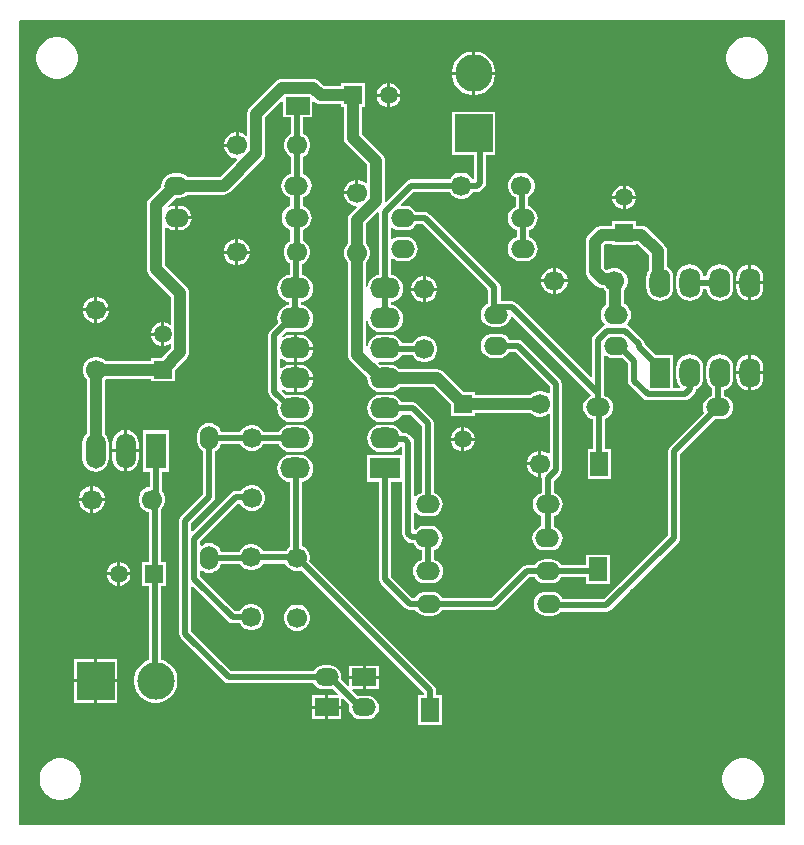
<source format=gtl>
G04*
G04 #@! TF.GenerationSoftware,Altium Limited,Altium Designer,22.3.1 (43)*
G04*
G04 Layer_Physical_Order=1*
G04 Layer_Color=255*
%FSLAX25Y25*%
%MOIN*%
G70*
G04*
G04 #@! TF.SameCoordinates,A2C1995B-5DD9-4A06-98F6-E9D1FCF5F817*
G04*
G04*
G04 #@! TF.FilePolarity,Positive*
G04*
G01*
G75*
%ADD34C,0.02000*%
%ADD35C,0.03937*%
%ADD36R,0.05906X0.07874*%
%ADD37O,0.07874X0.05906*%
%ADD38R,0.07874X0.05906*%
%ADD39R,0.05906X0.05906*%
%ADD40C,0.05906*%
%ADD41O,0.08000X0.06000*%
%ADD42C,0.06693*%
%ADD43C,0.12500*%
%ADD44R,0.12500X0.12500*%
%ADD45R,0.12500X0.12500*%
%ADD46R,0.05906X0.05906*%
%ADD47R,0.06693X0.11811*%
%ADD48O,0.06693X0.11811*%
%ADD49O,0.07000X0.10000*%
%ADD50R,0.07000X0.10000*%
%ADD51O,0.10000X0.07000*%
%ADD52R,0.10000X0.07000*%
%ADD53O,0.06000X0.08000*%
%ADD54C,0.03150*%
G36*
X350058Y442520D02*
X350098Y442421D01*
Y174311D01*
X95079D01*
X94882Y174393D01*
Y442363D01*
X95236Y442716D01*
X350058Y442520D01*
D02*
G37*
%LPC*%
G36*
X247072Y432073D02*
X246858D01*
Y425323D01*
X253608D01*
Y425537D01*
X253330Y426938D01*
X252783Y428257D01*
X251990Y429444D01*
X250980Y430454D01*
X249792Y431248D01*
X248473Y431794D01*
X247072Y432073D01*
D02*
G37*
G36*
X245858D02*
X245644D01*
X244244Y431794D01*
X242924Y431248D01*
X241737Y430454D01*
X240727Y429444D01*
X239933Y428257D01*
X239387Y426938D01*
X239108Y425537D01*
Y425323D01*
X245858D01*
Y432073D01*
D02*
G37*
G36*
X338180Y436905D02*
X336820D01*
X335486Y436640D01*
X334229Y436120D01*
X333098Y435364D01*
X332136Y434402D01*
X331380Y433271D01*
X330860Y432014D01*
X330594Y430680D01*
Y429320D01*
X330860Y427986D01*
X331380Y426729D01*
X332136Y425598D01*
X333098Y424636D01*
X334229Y423880D01*
X335486Y423360D01*
X336820Y423095D01*
X338180D01*
X339514Y423360D01*
X340771Y423880D01*
X341902Y424636D01*
X342864Y425598D01*
X343620Y426729D01*
X344140Y427986D01*
X344406Y429320D01*
Y430680D01*
X344140Y432014D01*
X343620Y433271D01*
X342864Y434402D01*
X341902Y435364D01*
X340771Y436120D01*
X339514Y436640D01*
X338180Y436905D01*
D02*
G37*
G36*
X108180D02*
X106820D01*
X105486Y436640D01*
X104229Y436120D01*
X103098Y435364D01*
X102136Y434402D01*
X101380Y433271D01*
X100860Y432014D01*
X100594Y430680D01*
Y429320D01*
X100860Y427986D01*
X101380Y426729D01*
X102136Y425598D01*
X103098Y424636D01*
X104229Y423880D01*
X105486Y423360D01*
X106820Y423095D01*
X108180D01*
X109514Y423360D01*
X110771Y423880D01*
X111902Y424636D01*
X112864Y425598D01*
X113620Y426729D01*
X114140Y427986D01*
X114406Y429320D01*
Y430680D01*
X114140Y432014D01*
X113620Y433271D01*
X112864Y434402D01*
X111902Y435364D01*
X110771Y436120D01*
X109514Y436640D01*
X108180Y436905D01*
D02*
G37*
G36*
X218532Y421472D02*
X218512D01*
Y418020D01*
X221965D01*
Y418040D01*
X221695Y419045D01*
X221175Y419947D01*
X220439Y420683D01*
X219537Y421203D01*
X218532Y421472D01*
D02*
G37*
G36*
X217512D02*
X217491D01*
X216486Y421203D01*
X215585Y420683D01*
X214849Y419947D01*
X214328Y419045D01*
X214059Y418040D01*
Y418020D01*
X217512D01*
Y421472D01*
D02*
G37*
G36*
X253608Y424323D02*
X246858D01*
Y417573D01*
X247072D01*
X248473Y417851D01*
X249792Y418398D01*
X250980Y419191D01*
X251990Y420201D01*
X252783Y421389D01*
X253330Y422708D01*
X253608Y424109D01*
Y424323D01*
D02*
G37*
G36*
X245858D02*
X239108D01*
Y424109D01*
X239387Y422708D01*
X239933Y421389D01*
X240727Y420201D01*
X241737Y419191D01*
X242924Y418398D01*
X244244Y417851D01*
X245644Y417573D01*
X245858D01*
Y424323D01*
D02*
G37*
G36*
X221965Y417020D02*
X218512D01*
Y413567D01*
X218532D01*
X219537Y413836D01*
X220439Y414357D01*
X221175Y415093D01*
X221695Y415994D01*
X221965Y416999D01*
Y417020D01*
D02*
G37*
G36*
X217512D02*
X214059D01*
Y416999D01*
X214328Y415994D01*
X214849Y415093D01*
X215585Y414357D01*
X216486Y413836D01*
X217491Y413567D01*
X217512D01*
Y417020D01*
D02*
G37*
G36*
X167098Y405134D02*
X167026D01*
X165921Y404838D01*
X164930Y404265D01*
X164120Y403456D01*
X163548Y402465D01*
X163252Y401360D01*
Y401287D01*
X167098D01*
Y405134D01*
D02*
G37*
G36*
X192863Y422990D02*
X182530D01*
X181755Y422888D01*
X181332Y422713D01*
X181033Y422589D01*
X180413Y422113D01*
X171796Y413496D01*
X171320Y412876D01*
X171021Y412154D01*
X170919Y411379D01*
Y404267D01*
X170457Y404075D01*
X170267Y404265D01*
X169276Y404838D01*
X168171Y405134D01*
X168098D01*
Y400787D01*
X167598D01*
Y400287D01*
X163252D01*
Y400215D01*
X163548Y399110D01*
X164120Y398119D01*
X164930Y397309D01*
X165921Y396737D01*
X167026Y396441D01*
X167295D01*
X167486Y395979D01*
X161903Y390396D01*
X150992D01*
X150340Y390896D01*
X149367Y391299D01*
X148323Y391436D01*
X146323D01*
X145279Y391299D01*
X144306Y390896D01*
X143470Y390254D01*
X142829Y389419D01*
X142426Y388446D01*
X142288Y387402D01*
X142330Y387085D01*
X138319Y383074D01*
X137843Y382454D01*
X137544Y381732D01*
X137442Y380957D01*
Y359646D01*
X137544Y358871D01*
X137843Y358149D01*
X138319Y357529D01*
X145644Y350204D01*
Y341210D01*
X145182Y341019D01*
X145144Y341057D01*
X144242Y341577D01*
X143237Y341846D01*
X143217D01*
Y337894D01*
X142717D01*
D01*
X143217D01*
Y333941D01*
X143237D01*
X144242Y334210D01*
X145144Y334731D01*
X145182Y334769D01*
X145644Y334577D01*
Y333244D01*
X142435Y330035D01*
X138764D01*
Y329018D01*
X123566D01*
X123141Y329443D01*
X122150Y330015D01*
X121045Y330311D01*
X119900D01*
X118795Y330015D01*
X117804Y329443D01*
X116994Y328633D01*
X116422Y327642D01*
X116126Y326537D01*
Y325392D01*
X116422Y324287D01*
X116994Y323296D01*
X117415Y322875D01*
Y304777D01*
X117246Y304647D01*
X116550Y303739D01*
X116112Y302682D01*
X115963Y301547D01*
Y296429D01*
X116112Y295294D01*
X116550Y294237D01*
X117246Y293329D01*
X118155Y292633D01*
X119212Y292195D01*
X120346Y292045D01*
X121481Y292195D01*
X122538Y292633D01*
X123446Y293329D01*
X124143Y294237D01*
X124581Y295294D01*
X124730Y296429D01*
Y301547D01*
X124581Y302682D01*
X124143Y303739D01*
X123446Y304647D01*
X123404Y304680D01*
Y322749D01*
X123684Y323029D01*
X138764D01*
Y322130D01*
X146669D01*
Y325801D01*
X150755Y329887D01*
X151231Y330507D01*
X151530Y331229D01*
X151632Y332004D01*
Y351444D01*
X151530Y352219D01*
X151355Y352642D01*
X151231Y352941D01*
X150755Y353561D01*
X143430Y360886D01*
Y373224D01*
X143930Y373470D01*
X144387Y373120D01*
X145360Y372716D01*
X146405Y372579D01*
X146905D01*
Y376614D01*
Y380648D01*
X146405D01*
X145360Y380511D01*
X144628Y380207D01*
X144345Y380631D01*
X147081Y383367D01*
X148323D01*
X149367Y383505D01*
X150340Y383908D01*
X150992Y384407D01*
X163143D01*
X163918Y384509D01*
X164640Y384809D01*
X165261Y385284D01*
X176031Y396055D01*
X176506Y396675D01*
X176805Y397397D01*
X176908Y398172D01*
Y410139D01*
X182298Y415529D01*
X182760Y415338D01*
Y410122D01*
X185559D01*
Y404629D01*
X184930Y404265D01*
X184120Y403456D01*
X183548Y402465D01*
X183252Y401360D01*
Y400215D01*
X183548Y399110D01*
X184120Y398119D01*
X184930Y397309D01*
X185422Y397025D01*
Y391317D01*
X185279Y391299D01*
X184306Y390896D01*
X183470Y390254D01*
X182829Y389419D01*
X182426Y388446D01*
X182288Y387402D01*
X182426Y386357D01*
X182829Y385384D01*
X183470Y384549D01*
X184306Y383908D01*
X185279Y383505D01*
X185321Y383499D01*
Y380494D01*
X184387Y380108D01*
X183552Y379466D01*
X182911Y378631D01*
X182508Y377658D01*
X182370Y376614D01*
X182508Y375569D01*
X182911Y374596D01*
X183552Y373761D01*
X184387Y373120D01*
X185321Y372733D01*
Y369018D01*
X184729Y368676D01*
X183920Y367867D01*
X183348Y366876D01*
X183051Y365771D01*
Y364626D01*
X183348Y363521D01*
X183920Y362530D01*
X184729Y361720D01*
X185128Y361490D01*
Y357616D01*
X184263Y357502D01*
X183168Y357049D01*
X182228Y356328D01*
X181507Y355387D01*
X181053Y354293D01*
X180899Y353118D01*
X181053Y351943D01*
X181507Y350849D01*
X182228Y349909D01*
X183168Y349187D01*
X184263Y348734D01*
X184898Y348650D01*
Y347586D01*
X184263Y347502D01*
X183168Y347049D01*
X182228Y346328D01*
X181507Y345388D01*
X181053Y344293D01*
X180899Y343118D01*
X181053Y341943D01*
X181149Y341713D01*
X178496Y339060D01*
X178054Y338399D01*
X177898Y337618D01*
Y318618D01*
X178054Y317838D01*
X178496Y317176D01*
X181149Y314523D01*
X181053Y314293D01*
X180899Y313118D01*
X181053Y311943D01*
X181507Y310849D01*
X182228Y309909D01*
X183168Y309187D01*
X184263Y308734D01*
X185438Y308579D01*
X188438D01*
X189612Y308734D01*
X190707Y309187D01*
X191647Y309909D01*
X192368Y310849D01*
X192822Y311943D01*
X192976Y313118D01*
X192822Y314293D01*
X192368Y315388D01*
X191647Y316328D01*
X190707Y317049D01*
X189612Y317502D01*
X188438Y317657D01*
X185438D01*
X184263Y317502D01*
X184033Y317407D01*
X182344Y319095D01*
X182358Y319179D01*
X182900Y319393D01*
X183168Y319187D01*
X184263Y318734D01*
X185438Y318579D01*
X186438D01*
Y323118D01*
Y327657D01*
X185438D01*
X184263Y327502D01*
X183168Y327049D01*
X182477Y326518D01*
X181977Y326765D01*
Y329471D01*
X182477Y329718D01*
X183168Y329187D01*
X184263Y328734D01*
X185438Y328579D01*
X186438D01*
Y333118D01*
Y337657D01*
X185438D01*
X184263Y337502D01*
X183168Y337049D01*
X182900Y336843D01*
X182358Y337058D01*
X182344Y337141D01*
X184033Y338829D01*
X184263Y338734D01*
X185438Y338579D01*
X188438D01*
X189612Y338734D01*
X190707Y339187D01*
X191647Y339909D01*
X192368Y340849D01*
X192822Y341943D01*
X192976Y343118D01*
X192822Y344293D01*
X192368Y345388D01*
X191647Y346328D01*
X190707Y347049D01*
X189612Y347502D01*
X188977Y347586D01*
Y348650D01*
X189612Y348734D01*
X190707Y349187D01*
X191647Y349909D01*
X192368Y350849D01*
X192822Y351943D01*
X192976Y353118D01*
X192822Y354293D01*
X192368Y355387D01*
X191647Y356328D01*
X190707Y357049D01*
X189612Y357502D01*
X189207Y357556D01*
Y361224D01*
X190067Y361720D01*
X190876Y362530D01*
X191448Y363521D01*
X191744Y364626D01*
Y365771D01*
X191448Y366876D01*
X190876Y367867D01*
X190067Y368676D01*
X189400Y369061D01*
Y372710D01*
X189449Y372716D01*
X190422Y373120D01*
X191257Y373761D01*
X191899Y374596D01*
X192302Y375569D01*
X192439Y376614D01*
X192302Y377658D01*
X191899Y378631D01*
X191257Y379466D01*
X190422Y380108D01*
X189449Y380511D01*
X189400Y380517D01*
Y383518D01*
X190340Y383908D01*
X191176Y384549D01*
X191817Y385384D01*
X192220Y386357D01*
X192357Y387402D01*
X192220Y388446D01*
X191817Y389419D01*
X191176Y390254D01*
X190340Y390896D01*
X189500Y391244D01*
Y396866D01*
X190267Y397309D01*
X191077Y398119D01*
X191649Y399110D01*
X191945Y400215D01*
Y401360D01*
X191649Y402465D01*
X191077Y403456D01*
X190267Y404265D01*
X189638Y404629D01*
Y410122D01*
X192634D01*
Y415338D01*
X193096Y415529D01*
X193223Y415403D01*
X193843Y414927D01*
X194142Y414803D01*
X194565Y414628D01*
X195340Y414526D01*
X202248D01*
Y413567D01*
X203207D01*
Y403237D01*
X203309Y402462D01*
X203608Y401740D01*
X204084Y401120D01*
X210801Y394403D01*
Y388440D01*
X210339Y388248D01*
X210149Y388439D01*
X209158Y389011D01*
X208052Y389307D01*
X207980D01*
Y384961D01*
X207480D01*
Y384461D01*
X203134D01*
Y384388D01*
X203430Y383283D01*
X204002Y382292D01*
X204812Y381483D01*
X205803Y380910D01*
X206908Y380614D01*
X207177D01*
X207368Y380152D01*
X205363Y378147D01*
X204887Y377527D01*
X204588Y376805D01*
X204486Y376030D01*
Y368113D01*
X204002Y367629D01*
X203430Y366638D01*
X203134Y365533D01*
Y364388D01*
X203430Y363283D01*
X204002Y362292D01*
X204486Y361808D01*
Y331075D01*
X204588Y330300D01*
X204887Y329578D01*
X205363Y328958D01*
X210934Y323387D01*
X210899Y323118D01*
X211053Y321943D01*
X211507Y320849D01*
X212228Y319909D01*
X213168Y319187D01*
X214263Y318734D01*
X215438Y318579D01*
X218438D01*
X219612Y318734D01*
X220707Y319187D01*
X221647Y319909D01*
X221812Y320124D01*
X233024D01*
X238764Y314384D01*
Y310713D01*
X246669D01*
Y311671D01*
X265253D01*
X265737Y311187D01*
X266728Y310615D01*
X267833Y310319D01*
X268978D01*
X270083Y310615D01*
X271074Y311187D01*
X271251Y311364D01*
X271713Y311173D01*
Y298158D01*
X271251Y297967D01*
X271074Y298143D01*
X270083Y298716D01*
X268978Y299012D01*
X268905D01*
Y294665D01*
Y290057D01*
X269084Y289863D01*
X269074Y289812D01*
Y285103D01*
X269039Y285098D01*
X268065Y284695D01*
X267230Y284054D01*
X266589Y283218D01*
X266186Y282245D01*
X266048Y281201D01*
X266186Y280157D01*
X266589Y279184D01*
X267230Y278348D01*
X268065Y277707D01*
X268994Y277322D01*
Y273786D01*
X268940Y273779D01*
X267967Y273376D01*
X267131Y272735D01*
X266490Y271899D01*
X266087Y270926D01*
X265950Y269882D01*
X266087Y268838D01*
X266490Y267865D01*
X267131Y267029D01*
X267967Y266388D01*
X268940Y265985D01*
X269984Y265847D01*
X271984D01*
X273028Y265985D01*
X274002Y266388D01*
X274837Y267029D01*
X275478Y267865D01*
X275881Y268838D01*
X276019Y269882D01*
X275881Y270926D01*
X275478Y271899D01*
X274837Y272735D01*
X274002Y273376D01*
X273073Y273761D01*
Y277297D01*
X273127Y277304D01*
X274100Y277707D01*
X274936Y278348D01*
X275577Y279184D01*
X275980Y280157D01*
X276117Y281201D01*
X275980Y282245D01*
X275577Y283218D01*
X274936Y284054D01*
X274100Y284695D01*
X273152Y285087D01*
Y288967D01*
X275194Y291009D01*
X275636Y291670D01*
X275791Y292451D01*
Y321425D01*
X275636Y322205D01*
X275194Y322867D01*
X262662Y335399D01*
X262001Y335841D01*
X261221Y335996D01*
X258296D01*
X257672Y336809D01*
X256836Y337451D01*
X255863Y337854D01*
X254819Y337991D01*
X252819D01*
X251775Y337854D01*
X250802Y337451D01*
X249966Y336809D01*
X249325Y335974D01*
X248922Y335001D01*
X248784Y333957D01*
X248922Y332912D01*
X249325Y331939D01*
X249966Y331104D01*
X250802Y330463D01*
X251775Y330060D01*
X252819Y329922D01*
X254819D01*
X255863Y330060D01*
X256836Y330463D01*
X257672Y331104D01*
X258296Y331918D01*
X260376D01*
X271713Y320581D01*
Y318158D01*
X271251Y317967D01*
X271074Y318143D01*
X270083Y318716D01*
X268978Y319012D01*
X267833D01*
X266728Y318716D01*
X265737Y318143D01*
X265253Y317659D01*
X246669D01*
Y318618D01*
X242998D01*
X236381Y325235D01*
X235761Y325711D01*
X235039Y326010D01*
X234264Y326112D01*
X221812D01*
X221647Y326328D01*
X220707Y327049D01*
X219612Y327502D01*
X218438Y327657D01*
X215438D01*
X215168Y327622D01*
X214605Y328185D01*
X214839Y328658D01*
X215438Y328579D01*
X218438D01*
X219612Y328734D01*
X220707Y329187D01*
X221647Y329909D01*
X222368Y330849D01*
X222409Y330947D01*
X226004D01*
X226443Y330186D01*
X227253Y329376D01*
X228244Y328804D01*
X229349Y328508D01*
X230493D01*
X231599Y328804D01*
X232590Y329376D01*
X233399Y330186D01*
X233972Y331177D01*
X234268Y332282D01*
Y333426D01*
X233972Y334532D01*
X233399Y335523D01*
X232590Y336332D01*
X231599Y336905D01*
X230493Y337201D01*
X229349D01*
X228244Y336905D01*
X227253Y336332D01*
X226443Y335523D01*
X226156Y335025D01*
X222518D01*
X222368Y335387D01*
X221647Y336328D01*
X220707Y337049D01*
X219612Y337502D01*
X218438Y337657D01*
X215438D01*
X214263Y337502D01*
X213168Y337049D01*
X212228Y336328D01*
X211507Y335387D01*
X211053Y334293D01*
X210974Y333693D01*
X210474Y333726D01*
Y342510D01*
X210974Y342543D01*
X211053Y341943D01*
X211507Y340849D01*
X212228Y339909D01*
X213168Y339187D01*
X214263Y338734D01*
X215438Y338579D01*
X218438D01*
X219612Y338734D01*
X220707Y339187D01*
X221647Y339909D01*
X222368Y340849D01*
X222822Y341943D01*
X222976Y343118D01*
X222822Y344293D01*
X222368Y345388D01*
X221647Y346328D01*
X220707Y347049D01*
X219612Y347502D01*
X218977Y347586D01*
Y348650D01*
X219612Y348734D01*
X220707Y349187D01*
X221647Y349909D01*
X222368Y350849D01*
X222822Y351943D01*
X222976Y353118D01*
X222822Y354293D01*
X222368Y355387D01*
X221647Y356328D01*
X220707Y357049D01*
X219612Y357502D01*
X218756Y357615D01*
Y362897D01*
X219256Y363144D01*
X219706Y362798D01*
X220679Y362395D01*
X221723Y362258D01*
X223723D01*
X224767Y362395D01*
X225740Y362798D01*
X226576Y363440D01*
X227217Y364275D01*
X227620Y365248D01*
X227758Y366292D01*
X227620Y367337D01*
X227217Y368310D01*
X226576Y369145D01*
X225740Y369786D01*
X224767Y370189D01*
X223723Y370327D01*
X221723D01*
X220679Y370189D01*
X219706Y369786D01*
X219256Y369441D01*
X218756Y369688D01*
Y373175D01*
X219256Y373421D01*
X219699Y373081D01*
X220672Y372678D01*
X221716Y372540D01*
X223716D01*
X224761Y372678D01*
X225734Y373081D01*
X226569Y373722D01*
X227194Y374536D01*
X229372D01*
X251288Y352620D01*
Y348085D01*
X250802Y347884D01*
X249966Y347243D01*
X249325Y346407D01*
X248922Y345434D01*
X248784Y344390D01*
X248922Y343346D01*
X249325Y342372D01*
X249966Y341537D01*
X250802Y340896D01*
X251775Y340493D01*
X252819Y340355D01*
X254819D01*
X255863Y340493D01*
X256836Y340896D01*
X257672Y341537D01*
X258313Y342372D01*
X258716Y343346D01*
X258765Y343721D01*
X259239Y343881D01*
X285383Y317737D01*
X285265Y317147D01*
X284857Y316978D01*
X284021Y316337D01*
X283380Y315501D01*
X282977Y314528D01*
X282839Y313484D01*
X282977Y312440D01*
X283380Y311467D01*
X284021Y310631D01*
X284857Y309990D01*
X285830Y309587D01*
X286041Y309559D01*
Y299524D01*
X284335D01*
Y289650D01*
X292240D01*
Y299524D01*
X290120D01*
Y309671D01*
X290891Y309990D01*
X291727Y310631D01*
X292368Y311467D01*
X292771Y312440D01*
X292909Y313484D01*
X292771Y314528D01*
X292368Y315501D01*
X291727Y316337D01*
X290891Y316978D01*
X289918Y317381D01*
X289913Y317382D01*
Y325652D01*
X289858Y325929D01*
Y330557D01*
X290358Y330803D01*
X290802Y330463D01*
X291775Y330060D01*
X292819Y329922D01*
X294819D01*
X295836Y330056D01*
X297792Y328100D01*
Y322345D01*
X297947Y321565D01*
X298389Y320903D01*
X302919Y316373D01*
X303580Y315931D01*
X304361Y315776D01*
X316831D01*
X317611Y315931D01*
X318273Y316373D01*
X320044Y318145D01*
X320486Y318806D01*
X320641Y319587D01*
Y319654D01*
X320675Y319668D01*
X321615Y320389D01*
X322336Y321329D01*
X322790Y322424D01*
X322944Y323598D01*
Y326598D01*
X322790Y327773D01*
X322336Y328868D01*
X321615Y329808D01*
X320675Y330529D01*
X319580Y330983D01*
X318406Y331137D01*
X317231Y330983D01*
X316136Y330529D01*
X315196Y329808D01*
X314475Y328868D01*
X314021Y327773D01*
X313867Y326598D01*
Y323598D01*
X314021Y322424D01*
X314475Y321329D01*
X315196Y320389D01*
X315276Y320328D01*
X315115Y319854D01*
X312906D01*
Y331098D01*
X306789D01*
X303436Y334451D01*
X303282Y335229D01*
X302840Y335891D01*
X298332Y340399D01*
X297670Y340841D01*
X297545Y340866D01*
X297431Y341353D01*
X297672Y341537D01*
X298313Y342372D01*
X298716Y343346D01*
X298853Y344390D01*
X298716Y345434D01*
X298313Y346407D01*
X297672Y347243D01*
X296836Y347884D01*
X296567Y347995D01*
Y352704D01*
X296805Y352941D01*
X297377Y353933D01*
X297673Y355038D01*
Y356183D01*
X297377Y357288D01*
X296805Y358279D01*
X295996Y359088D01*
X295004Y359661D01*
X293899Y359957D01*
X292755D01*
X291649Y359661D01*
X290733Y359132D01*
X290634D01*
X289707Y360059D01*
Y367489D01*
X290259Y368041D01*
X292602D01*
Y367701D01*
X300508D01*
Y368027D01*
X301065D01*
X304825Y364267D01*
Y359325D01*
X304475Y358868D01*
X304021Y357773D01*
X303867Y356598D01*
Y353598D01*
X304021Y352424D01*
X304475Y351329D01*
X305196Y350389D01*
X306136Y349668D01*
X307231Y349214D01*
X308405Y349060D01*
X309580Y349214D01*
X310675Y349668D01*
X311615Y350389D01*
X312336Y351329D01*
X312790Y352424D01*
X312944Y353598D01*
Y356598D01*
X312790Y357773D01*
X312336Y358868D01*
X311615Y359808D01*
X310814Y360423D01*
Y365507D01*
X310712Y366282D01*
X310412Y367004D01*
X309937Y367624D01*
X304423Y373138D01*
X303803Y373614D01*
X303081Y373913D01*
X302306Y374015D01*
X300508D01*
Y375606D01*
X292602D01*
Y374029D01*
X289019D01*
X288244Y373927D01*
X287821Y373752D01*
X287522Y373628D01*
X286902Y373152D01*
X284595Y370846D01*
X284120Y370226D01*
X283821Y369504D01*
X283718Y368729D01*
Y358819D01*
X283821Y358044D01*
X284120Y357322D01*
X284595Y356702D01*
X287277Y354020D01*
X287897Y353545D01*
X288619Y353245D01*
X289394Y353143D01*
X289732D01*
X289849Y352941D01*
X290579Y352211D01*
Y347713D01*
X289966Y347243D01*
X289325Y346407D01*
X288922Y345434D01*
X288784Y344390D01*
X288922Y343346D01*
X289325Y342372D01*
X289966Y341537D01*
X290206Y341353D01*
X290093Y340866D01*
X289967Y340841D01*
X289306Y340399D01*
X286377Y337470D01*
X285935Y336808D01*
X285780Y336028D01*
Y325707D01*
X285835Y325430D01*
Y323706D01*
X285373Y323515D01*
X260595Y348292D01*
X259934Y348734D01*
X259154Y348890D01*
X255366D01*
Y353465D01*
X255211Y354245D01*
X254769Y354907D01*
X231659Y378017D01*
X230997Y378459D01*
X230217Y378614D01*
X227194D01*
X226569Y379428D01*
X225734Y380069D01*
X224761Y380472D01*
X223716Y380609D01*
X222271D01*
X222064Y381109D01*
X226317Y385362D01*
X238481D01*
X238845Y384733D01*
X239654Y383924D01*
X240645Y383351D01*
X241751Y383055D01*
X242895D01*
X244001Y383351D01*
X244992Y383924D01*
X245801Y384733D01*
X246076Y385210D01*
X247450D01*
X248231Y385365D01*
X248892Y385807D01*
X250064Y386979D01*
X250064Y386979D01*
X250506Y387640D01*
X250661Y388421D01*
Y397573D01*
X253608D01*
Y412073D01*
X239108D01*
Y397573D01*
X246583D01*
Y389716D01*
X246083Y389582D01*
X245801Y390070D01*
X244992Y390880D01*
X244001Y391452D01*
X242895Y391748D01*
X241751D01*
X240645Y391452D01*
X239654Y390880D01*
X238845Y390070D01*
X238481Y389441D01*
X225472D01*
X224692Y389285D01*
X224030Y388843D01*
X217258Y382071D01*
X216784Y382304D01*
X216789Y382345D01*
Y395643D01*
X216687Y396418D01*
X216388Y397140D01*
X215912Y397760D01*
X209195Y404478D01*
Y413567D01*
X210154D01*
Y421472D01*
X202248D01*
Y420514D01*
X196580D01*
X194981Y422113D01*
X194360Y422589D01*
X193638Y422888D01*
X192863Y422990D01*
D02*
G37*
G36*
X206980Y389307D02*
X206908D01*
X205803Y389011D01*
X204812Y388439D01*
X204002Y387629D01*
X203430Y386638D01*
X203134Y385533D01*
Y385461D01*
X206980D01*
Y389307D01*
D02*
G37*
G36*
X297076Y387417D02*
X297055D01*
Y383965D01*
X300508D01*
Y383985D01*
X300238Y384990D01*
X299718Y385892D01*
X298982Y386628D01*
X298081Y387148D01*
X297076Y387417D01*
D02*
G37*
G36*
X296055D02*
X296035D01*
X295029Y387148D01*
X294128Y386628D01*
X293392Y385892D01*
X292872Y384990D01*
X292602Y383985D01*
Y383965D01*
X296055D01*
Y387417D01*
D02*
G37*
G36*
X300508Y382965D02*
X297055D01*
Y379512D01*
X297076D01*
X298081Y379781D01*
X298982Y380302D01*
X299718Y381037D01*
X300238Y381939D01*
X300508Y382944D01*
Y382965D01*
D02*
G37*
G36*
X296055D02*
X292602D01*
Y382944D01*
X292872Y381939D01*
X293392Y381037D01*
X294128Y380302D01*
X295029Y379781D01*
X296035Y379512D01*
X296055D01*
Y382965D01*
D02*
G37*
G36*
X148405Y380648D02*
X147905D01*
Y377114D01*
X152373D01*
X152302Y377658D01*
X151899Y378631D01*
X151257Y379466D01*
X150422Y380108D01*
X149449Y380511D01*
X148405Y380648D01*
D02*
G37*
G36*
X152373Y376114D02*
X147905D01*
Y372579D01*
X148405D01*
X149449Y372716D01*
X150422Y373120D01*
X151257Y373761D01*
X151899Y374596D01*
X152302Y375569D01*
X152373Y376114D01*
D02*
G37*
G36*
X167970Y369545D02*
X167898D01*
Y365698D01*
X171744D01*
Y365771D01*
X171448Y366876D01*
X170876Y367867D01*
X170067Y368676D01*
X169076Y369249D01*
X167970Y369545D01*
D02*
G37*
G36*
X166898D02*
X166826D01*
X165720Y369249D01*
X164729Y368676D01*
X163920Y367867D01*
X163348Y366876D01*
X163051Y365771D01*
Y365698D01*
X166898D01*
Y369545D01*
D02*
G37*
G36*
X262895Y391748D02*
X261751D01*
X260645Y391452D01*
X259654Y390880D01*
X258845Y390070D01*
X258273Y389079D01*
X257976Y387974D01*
Y386829D01*
X258273Y385724D01*
X258845Y384733D01*
X259654Y383924D01*
X260480Y383446D01*
Y380392D01*
X259699Y380069D01*
X258864Y379428D01*
X258223Y378592D01*
X257820Y377619D01*
X257682Y376575D01*
X257820Y375531D01*
X258223Y374557D01*
X258864Y373722D01*
X259699Y373081D01*
X260672Y372678D01*
X260727Y372671D01*
Y370196D01*
X260679Y370189D01*
X259706Y369786D01*
X258870Y369145D01*
X258229Y368310D01*
X257826Y367337D01*
X257689Y366292D01*
X257826Y365248D01*
X258229Y364275D01*
X258870Y363440D01*
X259706Y362798D01*
X260679Y362395D01*
X261723Y362258D01*
X263723D01*
X264767Y362395D01*
X265740Y362798D01*
X266576Y363440D01*
X267217Y364275D01*
X267620Y365248D01*
X267758Y366292D01*
X267620Y367337D01*
X267217Y368310D01*
X266576Y369145D01*
X265740Y369786D01*
X264805Y370174D01*
Y372696D01*
X265734Y373081D01*
X266569Y373722D01*
X267211Y374557D01*
X267614Y375531D01*
X267751Y376575D01*
X267614Y377619D01*
X267211Y378592D01*
X266569Y379428D01*
X265734Y380069D01*
X264761Y380472D01*
X264559Y380498D01*
Y383674D01*
X264992Y383924D01*
X265801Y384733D01*
X266373Y385724D01*
X266669Y386829D01*
Y387974D01*
X266373Y389079D01*
X265801Y390070D01*
X264992Y390880D01*
X264001Y391452D01*
X262895Y391748D01*
D02*
G37*
G36*
X171744Y364698D02*
X167898D01*
Y360852D01*
X167970D01*
X169076Y361148D01*
X170067Y361720D01*
X170876Y362530D01*
X171448Y363521D01*
X171744Y364626D01*
Y364698D01*
D02*
G37*
G36*
X166898D02*
X163051D01*
Y364626D01*
X163348Y363521D01*
X163920Y362530D01*
X164729Y361720D01*
X165720Y361148D01*
X166826Y360852D01*
X166898D01*
Y364698D01*
D02*
G37*
G36*
X328405Y361137D02*
X327231Y360983D01*
X326136Y360529D01*
X325196Y359808D01*
X324475Y358868D01*
X324021Y357773D01*
X323938Y357138D01*
X322873D01*
X322790Y357773D01*
X322336Y358868D01*
X321615Y359808D01*
X320675Y360529D01*
X319580Y360983D01*
X318406Y361137D01*
X317231Y360983D01*
X316136Y360529D01*
X315196Y359808D01*
X314475Y358868D01*
X314021Y357773D01*
X313867Y356598D01*
Y353598D01*
X314021Y352424D01*
X314475Y351329D01*
X315196Y350389D01*
X316136Y349668D01*
X317231Y349214D01*
X318406Y349060D01*
X319580Y349214D01*
X320675Y349668D01*
X321615Y350389D01*
X322336Y351329D01*
X322790Y352424D01*
X322873Y353059D01*
X323938D01*
X324021Y352424D01*
X324475Y351329D01*
X325196Y350389D01*
X326136Y349668D01*
X327231Y349214D01*
X328405Y349060D01*
X329580Y349214D01*
X330675Y349668D01*
X331615Y350389D01*
X332336Y351329D01*
X332790Y352424D01*
X332944Y353598D01*
Y356598D01*
X332790Y357773D01*
X332336Y358868D01*
X331615Y359808D01*
X330675Y360529D01*
X329580Y360983D01*
X328405Y361137D01*
D02*
G37*
G36*
X273899Y359957D02*
X273827D01*
Y356110D01*
X277673D01*
Y356183D01*
X277377Y357288D01*
X276805Y358279D01*
X275996Y359088D01*
X275004Y359661D01*
X273899Y359957D01*
D02*
G37*
G36*
X272827D02*
X272755D01*
X271649Y359661D01*
X270658Y359088D01*
X269849Y358279D01*
X269276Y357288D01*
X268980Y356183D01*
Y356110D01*
X272827D01*
Y359957D01*
D02*
G37*
G36*
X338906Y361071D02*
Y355598D01*
X342944D01*
Y356598D01*
X342790Y357773D01*
X342336Y358868D01*
X341615Y359808D01*
X340675Y360529D01*
X339580Y360983D01*
X338906Y361071D01*
D02*
G37*
G36*
X337906Y361071D02*
X337231Y360983D01*
X336136Y360529D01*
X335196Y359808D01*
X334475Y358868D01*
X334021Y357773D01*
X333867Y356598D01*
Y355598D01*
X337906D01*
Y361071D01*
D02*
G37*
G36*
X230493Y357201D02*
X230421D01*
Y353354D01*
X234268D01*
Y353427D01*
X233972Y354532D01*
X233399Y355523D01*
X232590Y356332D01*
X231599Y356905D01*
X230493Y357201D01*
D02*
G37*
G36*
X229421D02*
X229349D01*
X228244Y356905D01*
X227253Y356332D01*
X226443Y355523D01*
X225871Y354532D01*
X225575Y353427D01*
Y353354D01*
X229421D01*
Y357201D01*
D02*
G37*
G36*
X277673Y355110D02*
X273827D01*
Y351264D01*
X273899D01*
X275004Y351560D01*
X275996Y352132D01*
X276805Y352941D01*
X277377Y353933D01*
X277673Y355038D01*
Y355110D01*
D02*
G37*
G36*
X272827D02*
X268980D01*
Y355038D01*
X269276Y353933D01*
X269849Y352941D01*
X270658Y352132D01*
X271649Y351560D01*
X272755Y351264D01*
X272827D01*
Y355110D01*
D02*
G37*
G36*
X342944Y354598D02*
X338906D01*
Y349125D01*
X339580Y349214D01*
X340675Y349668D01*
X341615Y350389D01*
X342336Y351329D01*
X342790Y352424D01*
X342944Y353598D01*
Y354598D01*
D02*
G37*
G36*
X337906D02*
X333867D01*
Y353598D01*
X334021Y352424D01*
X334475Y351329D01*
X335196Y350389D01*
X336136Y349668D01*
X337231Y349214D01*
X337906Y349125D01*
Y354598D01*
D02*
G37*
G36*
X234268Y352354D02*
X230421D01*
Y348508D01*
X230493D01*
X231599Y348804D01*
X232590Y349376D01*
X233399Y350185D01*
X233972Y351177D01*
X234268Y352282D01*
Y352354D01*
D02*
G37*
G36*
X229421D02*
X225575D01*
Y352282D01*
X225871Y351177D01*
X226443Y350185D01*
X227253Y349376D01*
X228244Y348804D01*
X229349Y348508D01*
X229421D01*
Y352354D01*
D02*
G37*
G36*
X121045Y350311D02*
X120972D01*
Y346465D01*
X124819D01*
Y346537D01*
X124523Y347642D01*
X123951Y348633D01*
X123141Y349443D01*
X122150Y350015D01*
X121045Y350311D01*
D02*
G37*
G36*
X119972D02*
X119900D01*
X118795Y350015D01*
X117804Y349443D01*
X116994Y348633D01*
X116422Y347642D01*
X116126Y346537D01*
Y346465D01*
X119972D01*
Y350311D01*
D02*
G37*
G36*
X124819Y345465D02*
X120972D01*
Y341618D01*
X121045D01*
X122150Y341914D01*
X123141Y342487D01*
X123951Y343296D01*
X124523Y344287D01*
X124819Y345392D01*
Y345465D01*
D02*
G37*
G36*
X119972D02*
X116126D01*
Y345392D01*
X116422Y344287D01*
X116994Y343296D01*
X117804Y342487D01*
X118795Y341914D01*
X119900Y341618D01*
X119972D01*
Y345465D01*
D02*
G37*
G36*
X142217Y341846D02*
X142196D01*
X141191Y341577D01*
X140289Y341057D01*
X139553Y340321D01*
X139033Y339419D01*
X138764Y338414D01*
Y338394D01*
X142217D01*
Y341846D01*
D02*
G37*
G36*
Y337394D02*
X138764D01*
Y337373D01*
X139033Y336368D01*
X139553Y335467D01*
X140289Y334731D01*
X141191Y334210D01*
X142196Y333941D01*
X142217D01*
Y337394D01*
D02*
G37*
G36*
X188438Y337657D02*
X187438D01*
Y333618D01*
X192911D01*
X192822Y334293D01*
X192368Y335387D01*
X191647Y336328D01*
X190707Y337049D01*
X189612Y337502D01*
X188438Y337657D01*
D02*
G37*
G36*
X192911Y332618D02*
X187438D01*
Y328579D01*
X188438D01*
X189612Y328734D01*
X190707Y329187D01*
X191647Y329909D01*
X192368Y330849D01*
X192822Y331943D01*
X192911Y332618D01*
D02*
G37*
G36*
X338906Y331071D02*
Y325598D01*
X342944D01*
Y326598D01*
X342790Y327773D01*
X342336Y328868D01*
X341615Y329808D01*
X340675Y330529D01*
X339580Y330983D01*
X338906Y331071D01*
D02*
G37*
G36*
X337906Y331071D02*
X337231Y330983D01*
X336136Y330529D01*
X335196Y329808D01*
X334475Y328868D01*
X334021Y327773D01*
X333867Y326598D01*
Y325598D01*
X337906D01*
Y331071D01*
D02*
G37*
G36*
X188438Y327657D02*
X187438D01*
Y323618D01*
X192911D01*
X192822Y324293D01*
X192368Y325388D01*
X191647Y326328D01*
X190707Y327049D01*
X189612Y327502D01*
X188438Y327657D01*
D02*
G37*
G36*
X342944Y324598D02*
X338906D01*
Y319125D01*
X339580Y319214D01*
X340675Y319668D01*
X341615Y320389D01*
X342336Y321329D01*
X342790Y322424D01*
X342944Y323598D01*
Y324598D01*
D02*
G37*
G36*
X337906D02*
X333867D01*
Y323598D01*
X334021Y322424D01*
X334475Y321329D01*
X335196Y320389D01*
X336136Y319668D01*
X337231Y319214D01*
X337906Y319125D01*
Y324598D01*
D02*
G37*
G36*
X192911Y322618D02*
X187438D01*
Y318579D01*
X188438D01*
X189612Y318734D01*
X190707Y319187D01*
X191647Y319909D01*
X192368Y320849D01*
X192822Y321943D01*
X192911Y322618D01*
D02*
G37*
G36*
X328405Y331137D02*
X327231Y330983D01*
X326136Y330529D01*
X325196Y329808D01*
X324475Y328868D01*
X324021Y327773D01*
X323867Y326598D01*
Y323598D01*
X324021Y322424D01*
X324475Y321329D01*
X325196Y320389D01*
X325707Y319997D01*
Y317330D01*
X324857Y316978D01*
X324021Y316337D01*
X323380Y315501D01*
X322977Y314528D01*
X322839Y313484D01*
X322977Y312440D01*
X323261Y311755D01*
X311845Y300340D01*
X311403Y299678D01*
X311248Y298898D01*
Y270923D01*
X289805Y249480D01*
X276108D01*
X275872Y250049D01*
X275231Y250884D01*
X274395Y251525D01*
X273422Y251928D01*
X272378Y252066D01*
X270378D01*
X269334Y251928D01*
X268361Y251525D01*
X267525Y250884D01*
X266884Y250049D01*
X266481Y249076D01*
X266343Y248031D01*
X266481Y246987D01*
X266884Y246014D01*
X267525Y245179D01*
X268361Y244537D01*
X269334Y244134D01*
X270378Y243997D01*
X272378D01*
X273422Y244134D01*
X274395Y244537D01*
X275231Y245179D01*
X275402Y245402D01*
X290650D01*
X291430Y245557D01*
X292091Y245999D01*
X314729Y268637D01*
X315171Y269298D01*
X315327Y270079D01*
Y298053D01*
X326741Y309467D01*
X326874Y309450D01*
X328874D01*
X329918Y309587D01*
X330891Y309990D01*
X331727Y310631D01*
X332368Y311467D01*
X332771Y312440D01*
X332909Y313484D01*
X332771Y314528D01*
X332368Y315501D01*
X331727Y316337D01*
X330891Y316978D01*
X329918Y317381D01*
X329785Y317399D01*
Y319299D01*
X330675Y319668D01*
X331615Y320389D01*
X332336Y321329D01*
X332790Y322424D01*
X332944Y323598D01*
Y326598D01*
X332790Y327773D01*
X332336Y328868D01*
X331615Y329808D01*
X330675Y330529D01*
X329580Y330983D01*
X328405Y331137D01*
D02*
G37*
G36*
X243237Y306807D02*
X243217D01*
Y303354D01*
X246669D01*
Y303375D01*
X246400Y304380D01*
X245880Y305281D01*
X245144Y306017D01*
X244242Y306538D01*
X243237Y306807D01*
D02*
G37*
G36*
X242217D02*
X242196D01*
X241191Y306538D01*
X240289Y306017D01*
X239553Y305281D01*
X239033Y304380D01*
X238764Y303375D01*
Y303354D01*
X242217D01*
Y306807D01*
D02*
G37*
G36*
X130847Y305865D02*
Y299488D01*
X134730D01*
Y301547D01*
X134581Y302682D01*
X134143Y303739D01*
X133446Y304647D01*
X132538Y305344D01*
X131481Y305782D01*
X130847Y305865D01*
D02*
G37*
G36*
X129847D02*
X129212Y305782D01*
X128155Y305344D01*
X127246Y304647D01*
X126550Y303739D01*
X126112Y302682D01*
X125962Y301547D01*
Y299488D01*
X129847D01*
Y305865D01*
D02*
G37*
G36*
X246669Y302354D02*
X243217D01*
Y298902D01*
X243237D01*
X244242Y299171D01*
X245144Y299691D01*
X245880Y300427D01*
X246400Y301329D01*
X246669Y302334D01*
Y302354D01*
D02*
G37*
G36*
X242217D02*
X238764D01*
Y302334D01*
X239033Y301329D01*
X239553Y300427D01*
X240289Y299691D01*
X241191Y299171D01*
X242196Y298902D01*
X242217D01*
Y302354D01*
D02*
G37*
G36*
X158268Y308302D02*
X157223Y308165D01*
X156251Y307762D01*
X155415Y307121D01*
X154774Y306285D01*
X154371Y305312D01*
X154233Y304268D01*
Y302268D01*
X154371Y301223D01*
X154774Y300251D01*
X155415Y299415D01*
X156228Y298791D01*
Y284532D01*
X148826Y277129D01*
X148384Y276467D01*
X148229Y275687D01*
Y238020D01*
X148384Y237239D01*
X148826Y236578D01*
X163322Y222082D01*
X163322Y222082D01*
X163983Y221640D01*
X164764Y221484D01*
X192941D01*
X193539Y220705D01*
X194365Y220071D01*
X195326Y219673D01*
X196358Y219537D01*
X198327D01*
X199359Y219673D01*
X199466Y219717D01*
X201245Y217938D01*
X201053Y217476D01*
X197843D01*
Y214024D01*
X202279D01*
Y216250D01*
X202742Y216442D01*
X204967Y214216D01*
X204864Y213433D01*
X204999Y212401D01*
X205398Y211440D01*
X206031Y210614D01*
X206857Y209980D01*
X207819Y209582D01*
X208850Y209446D01*
X210819D01*
X211851Y209582D01*
X212812Y209980D01*
X213638Y210614D01*
X214272Y211440D01*
X214670Y212401D01*
X214806Y213433D01*
X214670Y214465D01*
X214272Y215426D01*
X213638Y216252D01*
X212812Y216886D01*
X211851Y217284D01*
X210819Y217420D01*
X208850D01*
X207819Y217284D01*
X207711Y217240D01*
X205932Y219018D01*
X206124Y219480D01*
X209335D01*
Y222933D01*
X204898D01*
Y220706D01*
X204436Y220515D01*
X202210Y222740D01*
X202314Y223524D01*
X202178Y224555D01*
X201780Y225517D01*
X201146Y226343D01*
X200320Y226976D01*
X199359Y227375D01*
X198327Y227510D01*
X196358D01*
X195326Y227375D01*
X194365Y226976D01*
X193539Y226343D01*
X192941Y225563D01*
X165608D01*
X152307Y238864D01*
Y253703D01*
X152769Y253895D01*
X164601Y242062D01*
X165263Y241620D01*
X166043Y241465D01*
X168391D01*
X168766Y240815D01*
X169575Y240006D01*
X170566Y239434D01*
X171672Y239138D01*
X172816D01*
X173922Y239434D01*
X174913Y240006D01*
X175722Y240815D01*
X176294Y241807D01*
X176591Y242912D01*
Y244057D01*
X176294Y245162D01*
X175722Y246153D01*
X174913Y246962D01*
X173922Y247534D01*
X172816Y247831D01*
X171672D01*
X170566Y247534D01*
X169575Y246962D01*
X168766Y246153D01*
X168414Y245543D01*
X166888D01*
X155307Y257124D01*
Y258868D01*
X155807Y259114D01*
X156251Y258774D01*
X157223Y258371D01*
X158268Y258233D01*
X159312Y258371D01*
X160285Y258774D01*
X161121Y259415D01*
X161762Y260250D01*
X162165Y261224D01*
X162180Y261337D01*
X168465D01*
X168766Y260816D01*
X169575Y260006D01*
X170566Y259434D01*
X171672Y259138D01*
X172816D01*
X173922Y259434D01*
X174913Y260006D01*
X175722Y260816D01*
X176063Y261406D01*
X183636D01*
X184022Y260737D01*
X184831Y259928D01*
X185822Y259355D01*
X186928Y259059D01*
X188072D01*
X188775Y259247D01*
X229752Y218269D01*
Y217437D01*
X227839D01*
Y207563D01*
X235744D01*
Y217437D01*
X233830D01*
Y219114D01*
X233675Y219895D01*
X233233Y220556D01*
X191658Y262131D01*
X191847Y262833D01*
Y263978D01*
X191550Y265083D01*
X190978Y266074D01*
X190169Y266883D01*
X189258Y267409D01*
Y288687D01*
X189612Y288734D01*
X190707Y289187D01*
X191647Y289909D01*
X192368Y290849D01*
X192822Y291943D01*
X192976Y293118D01*
X192822Y294293D01*
X192368Y295388D01*
X191647Y296328D01*
X190707Y297049D01*
X189612Y297502D01*
X188438Y297657D01*
X185438D01*
X184263Y297502D01*
X183168Y297049D01*
X182228Y296328D01*
X181507Y295388D01*
X181053Y294293D01*
X180899Y293118D01*
X181053Y291943D01*
X181507Y290849D01*
X182228Y289909D01*
X183168Y289187D01*
X184263Y288734D01*
X185180Y288613D01*
Y267085D01*
X184831Y266883D01*
X184022Y266074D01*
X183681Y265484D01*
X176108D01*
X175722Y266153D01*
X174913Y266962D01*
X173922Y267534D01*
X172816Y267831D01*
X171672D01*
X170566Y267534D01*
X169575Y266962D01*
X168766Y266153D01*
X168340Y265415D01*
X162122D01*
X161762Y266285D01*
X161121Y267121D01*
X160285Y267762D01*
X159312Y268165D01*
X158268Y268302D01*
X157223Y268165D01*
X156251Y267762D01*
X155807Y267421D01*
X155307Y267668D01*
Y268860D01*
X167903Y281457D01*
X168001Y281480D01*
X168482Y281412D01*
X168963Y280579D01*
X169772Y279770D01*
X170763Y279198D01*
X171869Y278902D01*
X173013D01*
X174119Y279198D01*
X175110Y279770D01*
X175919Y280579D01*
X176491Y281570D01*
X176787Y282676D01*
Y283820D01*
X176491Y284926D01*
X175919Y285917D01*
X175110Y286726D01*
X174119Y287298D01*
X173013Y287595D01*
X171869D01*
X170763Y287298D01*
X169772Y286726D01*
X168963Y285917D01*
X168838Y285701D01*
X167224D01*
X166444Y285545D01*
X165782Y285103D01*
X152769Y272090D01*
X152307Y272281D01*
Y274842D01*
X159710Y282245D01*
X160152Y282907D01*
X160307Y283687D01*
Y298791D01*
X161121Y299415D01*
X161762Y300251D01*
X162163Y301219D01*
X168594D01*
X168963Y300579D01*
X169772Y299770D01*
X170763Y299198D01*
X171869Y298902D01*
X173013D01*
X174119Y299198D01*
X175110Y299770D01*
X175919Y300579D01*
X176245Y301144D01*
X181385D01*
X181507Y300849D01*
X182228Y299909D01*
X183168Y299187D01*
X184263Y298734D01*
X185438Y298579D01*
X188438D01*
X189612Y298734D01*
X190707Y299187D01*
X191647Y299909D01*
X192368Y300849D01*
X192822Y301943D01*
X192976Y303118D01*
X192822Y304293D01*
X192368Y305387D01*
X191647Y306328D01*
X190707Y307049D01*
X189612Y307502D01*
X188438Y307657D01*
X185438D01*
X184263Y307502D01*
X183168Y307049D01*
X182228Y306328D01*
X181507Y305387D01*
X181438Y305222D01*
X176320D01*
X175919Y305917D01*
X175110Y306726D01*
X174119Y307298D01*
X173013Y307594D01*
X171869D01*
X170763Y307298D01*
X169772Y306726D01*
X168963Y305917D01*
X168605Y305297D01*
X162167D01*
X162165Y305312D01*
X161762Y306285D01*
X161121Y307121D01*
X160285Y307762D01*
X159312Y308165D01*
X158268Y308302D01*
D02*
G37*
G36*
X267905Y299012D02*
X267833D01*
X266728Y298716D01*
X265737Y298143D01*
X264928Y297334D01*
X264355Y296343D01*
X264059Y295238D01*
Y295165D01*
X267905D01*
Y299012D01*
D02*
G37*
G36*
X134730Y298488D02*
X130847D01*
Y292111D01*
X131481Y292195D01*
X132538Y292633D01*
X133446Y293329D01*
X134143Y294237D01*
X134581Y295294D01*
X134730Y296429D01*
Y298488D01*
D02*
G37*
G36*
X129847D02*
X125962D01*
Y296429D01*
X126112Y295294D01*
X126550Y294237D01*
X127246Y293329D01*
X128155Y292633D01*
X129212Y292195D01*
X129847Y292111D01*
Y298488D01*
D02*
G37*
G36*
X267905Y294165D02*
X264059D01*
Y294093D01*
X264355Y292988D01*
X264928Y291997D01*
X265737Y291187D01*
X266728Y290615D01*
X267833Y290319D01*
X267905D01*
Y294165D01*
D02*
G37*
G36*
X218438Y317657D02*
X215438D01*
X214263Y317502D01*
X213168Y317049D01*
X212228Y316328D01*
X211507Y315388D01*
X211053Y314293D01*
X210899Y313118D01*
X211053Y311943D01*
X211507Y310849D01*
X212228Y309909D01*
X213168Y309187D01*
X214263Y308734D01*
X215438Y308579D01*
X218438D01*
X219612Y308734D01*
X220707Y309187D01*
X221647Y309909D01*
X222368Y310849D01*
X222464Y311079D01*
X225309D01*
X229044Y307344D01*
Y285099D01*
X229039Y285098D01*
X228065Y284695D01*
X227230Y284054D01*
X227119Y283909D01*
X226645Y284070D01*
Y301751D01*
X226490Y302532D01*
X226048Y303193D01*
X226048Y303193D01*
X224877Y304365D01*
X224215Y304807D01*
X223435Y304962D01*
X222545D01*
X222368Y305387D01*
X221647Y306328D01*
X220707Y307049D01*
X219612Y307502D01*
X218438Y307657D01*
X215438D01*
X214263Y307502D01*
X213168Y307049D01*
X212228Y306328D01*
X211507Y305387D01*
X211053Y304293D01*
X210899Y303118D01*
X211053Y301943D01*
X211507Y300849D01*
X212228Y299909D01*
X213168Y299187D01*
X214263Y298734D01*
X215438Y298579D01*
X218438D01*
X219612Y298734D01*
X220707Y299187D01*
X221647Y299909D01*
X222067Y300456D01*
X222567Y300286D01*
Y297618D01*
X210938D01*
Y288618D01*
X214898D01*
Y256192D01*
X215054Y255412D01*
X215496Y254750D01*
X223657Y246590D01*
X224318Y246147D01*
X225098Y245992D01*
X226901D01*
X227525Y245179D01*
X228361Y244537D01*
X229334Y244134D01*
X230378Y243997D01*
X232378D01*
X233422Y244134D01*
X234395Y244537D01*
X235231Y245179D01*
X235855Y245992D01*
X253248D01*
X254028Y246147D01*
X254690Y246590D01*
X264919Y256819D01*
X266704D01*
X267328Y256005D01*
X268164Y255364D01*
X269137Y254961D01*
X270181Y254824D01*
X272181D01*
X273225Y254961D01*
X274198Y255364D01*
X275034Y256005D01*
X275658Y256819D01*
X283859D01*
Y254525D01*
X291765D01*
Y264399D01*
X283859D01*
Y260897D01*
X275658D01*
X275034Y261711D01*
X274198Y262352D01*
X273225Y262755D01*
X272181Y262893D01*
X270181D01*
X269137Y262755D01*
X268164Y262352D01*
X267328Y261711D01*
X266704Y260897D01*
X264075D01*
X263294Y260742D01*
X262633Y260300D01*
X262633Y260300D01*
X252403Y250071D01*
X235855D01*
X235231Y250884D01*
X234395Y251525D01*
X233422Y251928D01*
X232378Y252066D01*
X230378D01*
X229334Y251928D01*
X228361Y251525D01*
X227525Y250884D01*
X226901Y250071D01*
X225943D01*
X218977Y257037D01*
Y288618D01*
X222567D01*
Y271332D01*
X222722Y270552D01*
X223164Y269890D01*
X224336Y268719D01*
X224336Y268719D01*
X224997Y268277D01*
X225778Y268122D01*
X226384D01*
X226490Y267865D01*
X227131Y267029D01*
X227967Y266388D01*
X228940Y265985D01*
X229044Y265971D01*
Y262717D01*
X228164Y262352D01*
X227328Y261711D01*
X226687Y260876D01*
X226284Y259903D01*
X226147Y258858D01*
X226284Y257814D01*
X226687Y256841D01*
X227328Y256005D01*
X228164Y255364D01*
X229137Y254961D01*
X230181Y254824D01*
X232181D01*
X233225Y254961D01*
X234198Y255364D01*
X235034Y256005D01*
X235675Y256841D01*
X236078Y257814D01*
X236216Y258858D01*
X236078Y259903D01*
X235675Y260876D01*
X235034Y261711D01*
X234198Y262352D01*
X233225Y262755D01*
X233122Y262769D01*
Y266023D01*
X234001Y266388D01*
X234837Y267029D01*
X235478Y267865D01*
X235881Y268838D01*
X236019Y269882D01*
X235881Y270926D01*
X235478Y271899D01*
X234837Y272735D01*
X234001Y273376D01*
X233029Y273779D01*
X231984Y273916D01*
X229984D01*
X228940Y273779D01*
X227967Y273376D01*
X227146Y272745D01*
X227079Y272755D01*
X226645Y272923D01*
Y278332D01*
X227119Y278492D01*
X227230Y278348D01*
X228065Y277707D01*
X229039Y277304D01*
X230083Y277166D01*
X232083D01*
X233127Y277304D01*
X234100Y277707D01*
X234935Y278348D01*
X235577Y279184D01*
X235980Y280157D01*
X236117Y281201D01*
X235980Y282245D01*
X235577Y283218D01*
X234935Y284054D01*
X234100Y284695D01*
X233127Y285098D01*
X233122Y285099D01*
Y308189D01*
X233122Y308189D01*
X232967Y308969D01*
X232525Y309631D01*
X227595Y314560D01*
X226934Y315002D01*
X226153Y315157D01*
X222464D01*
X222368Y315388D01*
X221647Y316328D01*
X220707Y317049D01*
X219612Y317502D01*
X218438Y317657D01*
D02*
G37*
G36*
X119691Y287111D02*
X119618D01*
Y283265D01*
X123465D01*
Y283337D01*
X123169Y284442D01*
X122597Y285434D01*
X121787Y286243D01*
X120796Y286815D01*
X119691Y287111D01*
D02*
G37*
G36*
X118619D02*
X118546D01*
X117441Y286815D01*
X116450Y286243D01*
X115640Y285434D01*
X115068Y284442D01*
X114772Y283337D01*
Y283265D01*
X118619D01*
Y287111D01*
D02*
G37*
G36*
X123465Y282265D02*
X119618D01*
Y278418D01*
X119691D01*
X120796Y278715D01*
X121787Y279287D01*
X122597Y280096D01*
X123169Y281087D01*
X123465Y282193D01*
Y282265D01*
D02*
G37*
G36*
X118619D02*
X114772D01*
Y282193D01*
X115068Y281087D01*
X115640Y280096D01*
X116450Y279287D01*
X117441Y278715D01*
X118546Y278418D01*
X118619D01*
Y282265D01*
D02*
G37*
G36*
X128556Y261898D02*
X128535D01*
Y258446D01*
X131988D01*
Y258466D01*
X131719Y259471D01*
X131198Y260373D01*
X130463Y261109D01*
X129561Y261629D01*
X128556Y261898D01*
D02*
G37*
G36*
X127535D02*
X127515D01*
X126510Y261629D01*
X125608Y261109D01*
X124873Y260373D01*
X124352Y259471D01*
X124083Y258466D01*
Y258446D01*
X127535D01*
Y261898D01*
D02*
G37*
G36*
X131988Y257446D02*
X128535D01*
Y253993D01*
X128556D01*
X129561Y254262D01*
X130463Y254783D01*
X131198Y255519D01*
X131719Y256420D01*
X131988Y257425D01*
Y257446D01*
D02*
G37*
G36*
X127535D02*
X124083D01*
Y257425D01*
X124352Y256420D01*
X124873Y255519D01*
X125608Y254783D01*
X126510Y254262D01*
X127515Y253993D01*
X127535D01*
Y257446D01*
D02*
G37*
G36*
X188072Y247752D02*
X186928D01*
X185822Y247456D01*
X184831Y246884D01*
X184022Y246074D01*
X183450Y245083D01*
X183153Y243978D01*
Y242833D01*
X183450Y241728D01*
X184022Y240737D01*
X184831Y239928D01*
X185822Y239355D01*
X186928Y239059D01*
X188072D01*
X189178Y239355D01*
X190169Y239928D01*
X190978Y240737D01*
X191550Y241728D01*
X191847Y242833D01*
Y243978D01*
X191550Y245083D01*
X190978Y246074D01*
X190169Y246884D01*
X189178Y247456D01*
X188072Y247752D01*
D02*
G37*
G36*
X214772Y227386D02*
X210335D01*
Y223933D01*
X214772D01*
Y227386D01*
D02*
G37*
G36*
X209335D02*
X204898D01*
Y223933D01*
X209335D01*
Y227386D01*
D02*
G37*
G36*
X127624Y229592D02*
X120874D01*
Y222843D01*
X127624D01*
Y229592D01*
D02*
G37*
G36*
X119874D02*
X113124D01*
Y222843D01*
X119874D01*
Y229592D01*
D02*
G37*
G36*
X214772Y222933D02*
X210335D01*
Y219480D01*
X214772D01*
Y222933D01*
D02*
G37*
G36*
X144693Y305894D02*
X136000D01*
Y292083D01*
X138335D01*
Y287055D01*
X137441Y286815D01*
X136450Y286243D01*
X135641Y285434D01*
X135068Y284442D01*
X134772Y283337D01*
Y282193D01*
X135068Y281087D01*
X135641Y280096D01*
X136450Y279287D01*
X137441Y278715D01*
X138177Y278517D01*
Y261898D01*
X135894D01*
Y253993D01*
X138177D01*
Y229280D01*
X136940Y228767D01*
X135752Y227974D01*
X134743Y226964D01*
X133949Y225777D01*
X133403Y224457D01*
X133124Y223057D01*
Y221628D01*
X133403Y220228D01*
X133949Y218908D01*
X134743Y217721D01*
X135752Y216711D01*
X136940Y215918D01*
X138259Y215371D01*
X139660Y215092D01*
X141088D01*
X142489Y215371D01*
X143808Y215918D01*
X144996Y216711D01*
X146005Y217721D01*
X146799Y218908D01*
X147345Y220228D01*
X147624Y221628D01*
Y223057D01*
X147345Y224457D01*
X146799Y225777D01*
X146005Y226964D01*
X144996Y227974D01*
X143808Y228767D01*
X142489Y229314D01*
X142256Y229360D01*
Y253993D01*
X143799D01*
Y261898D01*
X142256D01*
Y279755D01*
X142596Y280096D01*
X143169Y281087D01*
X143465Y282193D01*
Y283337D01*
X143169Y284442D01*
X142596Y285434D01*
X142413Y285617D01*
Y292083D01*
X144693D01*
Y305894D01*
D02*
G37*
G36*
X127624Y221843D02*
X120874D01*
Y215092D01*
X127624D01*
Y221843D01*
D02*
G37*
G36*
X119874D02*
X113124D01*
Y215092D01*
X119874D01*
Y221843D01*
D02*
G37*
G36*
X196843Y217476D02*
X192405D01*
Y214024D01*
X196843D01*
Y217476D01*
D02*
G37*
G36*
X202279Y213024D02*
X197843D01*
Y209571D01*
X202279D01*
Y213024D01*
D02*
G37*
G36*
X196843D02*
X192405D01*
Y209571D01*
X196843D01*
Y213024D01*
D02*
G37*
G36*
X336802Y196433D02*
X335442D01*
X334108Y196168D01*
X332851Y195647D01*
X331720Y194891D01*
X330758Y193930D01*
X330002Y192798D01*
X329482Y191542D01*
X329217Y190208D01*
Y188847D01*
X329482Y187513D01*
X330002Y186257D01*
X330758Y185126D01*
X331720Y184164D01*
X332851Y183408D01*
X334108Y182887D01*
X335442Y182622D01*
X336802D01*
X338136Y182887D01*
X339393Y183408D01*
X340524Y184164D01*
X341486Y185126D01*
X342242Y186257D01*
X342762Y187513D01*
X343028Y188847D01*
Y190208D01*
X342762Y191542D01*
X342242Y192798D01*
X341486Y193930D01*
X340524Y194891D01*
X339393Y195647D01*
X338136Y196168D01*
X336802Y196433D01*
D02*
G37*
G36*
X109302D02*
X107942D01*
X106608Y196168D01*
X105351Y195647D01*
X104220Y194891D01*
X103258Y193930D01*
X102503Y192798D01*
X101982Y191542D01*
X101716Y190208D01*
Y188847D01*
X101982Y187513D01*
X102503Y186257D01*
X103258Y185126D01*
X104220Y184164D01*
X105351Y183408D01*
X106608Y182887D01*
X107942Y182622D01*
X109302D01*
X110636Y182887D01*
X111893Y183408D01*
X113024Y184164D01*
X113986Y185126D01*
X114742Y186257D01*
X115262Y187513D01*
X115528Y188847D01*
Y190208D01*
X115262Y191542D01*
X114742Y192798D01*
X113986Y193930D01*
X113024Y194891D01*
X111893Y195647D01*
X110636Y196168D01*
X109302Y196433D01*
D02*
G37*
%LPD*%
G36*
X214677Y378286D02*
Y357557D01*
X214263Y357502D01*
X213168Y357049D01*
X212228Y356328D01*
X211507Y355387D01*
X211053Y354293D01*
X210974Y353693D01*
X210474Y353726D01*
Y361808D01*
X210958Y362292D01*
X211531Y363283D01*
X211827Y364388D01*
Y365533D01*
X211531Y366638D01*
X210958Y367629D01*
X210474Y368113D01*
Y374790D01*
X214177Y378493D01*
X214677Y378286D01*
D02*
G37*
D34*
X313287Y298898D02*
X327874Y313484D01*
X313287Y270079D02*
Y298898D01*
X216938Y343118D02*
Y353118D01*
X253819Y333957D02*
X261221D01*
X287208Y258858D02*
X287812Y259462D01*
X271181Y258858D02*
X287208D01*
X290650Y247441D02*
X313287Y270079D01*
X271969Y247441D02*
X290650D01*
X271378Y248031D02*
X271969Y247441D01*
X187461Y263445D02*
X231791Y219114D01*
Y212500D02*
Y219114D01*
X197343Y223524D02*
X198543D01*
X208634Y213433D01*
X209835D01*
X150268Y238020D02*
X164764Y223524D01*
X197343D01*
X216938Y303118D02*
X217133Y302923D01*
X223435D02*
X224606Y301751D01*
X230705Y270161D02*
X231083Y269783D01*
X224606Y271332D02*
X225778Y270161D01*
X217133Y302923D02*
X223435D01*
X224606Y271332D02*
Y301751D01*
X225778Y270161D02*
X230705D01*
X273752Y292451D02*
Y321425D01*
X261221Y333957D02*
X273752Y321425D01*
X270984Y269882D02*
X271034Y269931D01*
Y281152D02*
X271083Y281201D01*
X271034Y269931D02*
Y281152D01*
X271113Y281231D02*
Y289812D01*
X271083Y281201D02*
X271113Y281231D01*
Y289812D02*
X273752Y292451D01*
X327618Y325098D02*
X327746Y324971D01*
X259154Y346850D02*
X287691Y318313D01*
X287819Y325707D02*
X287874Y325652D01*
X287691Y313484D02*
Y318313D01*
X253425Y346850D02*
X259154D01*
X287874Y313484D02*
Y325652D01*
X287819Y325707D02*
Y336028D01*
X187697Y414075D02*
X188681D01*
X187598Y400787D02*
Y413976D01*
X187697Y414075D01*
X242475Y387249D02*
X247450D01*
X248622Y388421D02*
Y402559D01*
X246358Y404823D02*
X248622Y402559D01*
X242323Y387402D02*
X242475Y387249D01*
X247450D02*
X248622Y388421D01*
X225472Y387402D02*
X242323D01*
X172506Y303183D02*
X186873D01*
X186938Y303118D01*
X172441Y303248D02*
X172506Y303183D01*
X231378Y248031D02*
X253248D01*
X264075Y258858D02*
X271181D01*
X253248Y248031D02*
X264075Y258858D01*
X225098Y248031D02*
X231378D01*
X150268Y238020D02*
Y275687D01*
X153268Y269705D02*
X167224Y283661D01*
X153268Y256279D02*
X166043Y243504D01*
X153268Y256279D02*
Y269705D01*
X150268Y275687D02*
X158268Y283687D01*
Y303268D01*
X166043Y243504D02*
X172224D01*
X172244Y243484D01*
X167224Y283661D02*
X172028D01*
X172441Y283248D01*
X158278Y303258D02*
X172431D01*
X158268Y303268D02*
X158278Y303258D01*
X172431D02*
X172441Y303248D01*
X318406Y355098D02*
X328405D01*
X140217Y257244D02*
Y282028D01*
X140059Y257087D02*
X140217Y257244D01*
Y282028D02*
X140374Y282185D01*
X140217Y222500D02*
Y256929D01*
Y222500D02*
X140374Y222342D01*
X140059Y257087D02*
X140217Y256929D01*
X287819Y336028D02*
X290748Y338957D01*
X296890D02*
X301398Y334449D01*
X290748Y338957D02*
X296890D01*
X301398Y333606D02*
Y334449D01*
Y333606D02*
X308405Y326598D01*
Y325098D02*
Y326598D01*
X187219Y263687D02*
X187461Y263445D01*
X187219Y263687D02*
Y292837D01*
X186938Y293118D02*
X187219Y292837D01*
X172244Y263484D02*
X172283Y263445D01*
X187461D01*
X158268Y263268D02*
X158376Y263376D01*
X172136D01*
X172244Y263484D01*
X179938Y318618D02*
Y337618D01*
X185438Y313118D02*
X186938D01*
X179938Y318618D02*
X185438Y313118D01*
X140347Y298988D02*
X140374Y298961D01*
Y282185D02*
Y298961D01*
X242323Y404823D02*
X242421Y404921D01*
X253327Y346949D02*
Y353465D01*
X222716Y376575D02*
X230217D01*
X253327Y353465D01*
X216717Y378646D02*
X225472Y387402D01*
X216717Y353339D02*
Y378646D01*
Y353339D02*
X216938Y353118D01*
X229789Y332986D02*
X229921Y332854D01*
X217070Y332986D02*
X229789D01*
X216938Y333118D02*
X217070Y332986D01*
X262520Y376772D02*
Y387205D01*
Y376772D02*
X262717Y376575D01*
X262323Y387402D02*
X262520Y387205D01*
X262766Y365797D02*
X262815Y365748D01*
X262766Y365797D02*
Y376526D01*
X262717Y376575D02*
X262766Y376526D01*
X318406Y325098D02*
X318602Y324902D01*
Y319587D02*
Y324902D01*
X316831Y317815D02*
X318602Y319587D01*
X304361Y317815D02*
X316831D01*
X299831Y322345D02*
Y328945D01*
Y322345D02*
X304361Y317815D01*
X293819Y333957D02*
X294819D01*
X299831Y328945D01*
X288081Y294793D02*
Y313278D01*
X287874Y313484D02*
X288081Y313278D01*
Y294793D02*
X288287Y294587D01*
X327746Y313612D02*
X327874Y313484D01*
X327746Y313612D02*
Y324971D01*
X253327Y346949D02*
X253425Y346850D01*
X231083Y258957D02*
Y269783D01*
Y258957D02*
X231181Y258858D01*
X216938Y256192D02*
X225098Y248031D01*
X216938Y256192D02*
Y293118D01*
X226153Y313118D02*
X231083Y308189D01*
X216938Y313118D02*
X226153D01*
X231083Y282087D02*
Y308189D01*
X187360Y365236D02*
Y387364D01*
X187168Y353348D02*
Y364968D01*
X187398Y365198D01*
X186938Y353118D02*
X187168Y353348D01*
X187461Y387539D02*
Y400650D01*
X187598Y400787D01*
X187323Y387402D02*
X187461Y387539D01*
X187323Y387402D02*
X187360Y387364D01*
Y365236D02*
X187398Y365198D01*
X215438Y313118D02*
X216938D01*
X179938Y337618D02*
X185438Y343118D01*
X186938D01*
Y353118D01*
D35*
X242717Y314665D02*
X268406D01*
X234264Y323118D02*
X242717Y314665D01*
X216938Y323118D02*
X234264D01*
X215438D02*
X216938D01*
X207480Y331075D02*
Y364961D01*
Y331075D02*
X215438Y323118D01*
X207480Y376030D02*
X213795Y382345D01*
X206201Y403237D02*
Y417520D01*
Y403237D02*
X213795Y395643D01*
Y382345D02*
Y395643D01*
X207480Y364961D02*
Y376030D01*
X195340Y417520D02*
X206201D01*
X192863Y419996D02*
X195340Y417520D01*
X173913Y411379D02*
X182530Y419996D01*
X173913Y398172D02*
Y411379D01*
X163143Y387402D02*
X173913Y398172D01*
X182530Y419996D02*
X192863D01*
X147323Y387402D02*
X163143D01*
X140436Y380957D02*
X146881Y387402D01*
X147323D01*
X140436Y359646D02*
X148638Y351444D01*
X140436Y359646D02*
Y380957D01*
X148638Y332004D02*
Y351444D01*
X142717Y326083D02*
X148638Y332004D01*
X120531Y326024D02*
X142657D01*
X142717Y326083D01*
X120472Y325965D02*
X120531Y326024D01*
X120346Y298988D02*
X120409Y299051D01*
Y325902D01*
X120472Y325965D01*
X307819Y355684D02*
Y365507D01*
X297188Y371021D02*
X302306D01*
X307819Y365507D01*
X296555Y371654D02*
X297188Y371021D01*
X292799Y356138D02*
X293327Y355610D01*
X286713Y358819D02*
X289394Y356138D01*
X289019Y371035D02*
X295937D01*
X286713Y358819D02*
Y368729D01*
X289394Y356138D02*
X292799D01*
X286713Y368729D02*
X289019Y371035D01*
X293573Y344636D02*
Y355364D01*
X295937Y371035D02*
X296555Y371654D01*
X307819Y355684D02*
X308405Y355098D01*
X293573Y344636D02*
X293819Y344390D01*
D36*
X287812Y259462D02*
D03*
X231791Y212500D02*
D03*
X288287Y294587D02*
D03*
D37*
X209835Y213433D02*
D03*
X197343Y223524D02*
D03*
D38*
X209835Y223433D02*
D03*
X197343Y213524D02*
D03*
X187697Y414075D02*
D03*
D39*
X206201Y417520D02*
D03*
X139847Y257946D02*
D03*
D40*
X218012Y417520D02*
D03*
X242717Y302854D02*
D03*
X128035Y257946D02*
D03*
X296555Y383465D02*
D03*
X142717Y337894D02*
D03*
D41*
X187323Y387402D02*
D03*
X147323D02*
D03*
X262717Y376575D02*
D03*
X222716D02*
D03*
X293819Y344390D02*
D03*
X253819D02*
D03*
X293819Y333957D02*
D03*
X253819D02*
D03*
X262723Y366292D02*
D03*
X222723D02*
D03*
X271083Y281201D02*
D03*
X231083D02*
D03*
X271181Y258858D02*
D03*
X231181D02*
D03*
X230984Y269882D02*
D03*
X270984D02*
D03*
X231378Y248031D02*
D03*
X271378D02*
D03*
X147405Y376614D02*
D03*
X187405D02*
D03*
X287874Y313484D02*
D03*
X327874D02*
D03*
D42*
X293327Y355610D02*
D03*
X273327D02*
D03*
X120472Y345965D02*
D03*
Y325965D02*
D03*
X207480Y364961D02*
D03*
Y384961D02*
D03*
X119118Y282765D02*
D03*
X139119D02*
D03*
X242323Y387402D02*
D03*
X262323D02*
D03*
X229921Y352854D02*
D03*
Y332854D02*
D03*
X268406Y314665D02*
D03*
Y294665D02*
D03*
X167598Y400787D02*
D03*
X187598D02*
D03*
X167398Y365198D02*
D03*
X187398D02*
D03*
X172244Y243484D02*
D03*
Y263484D02*
D03*
X187500Y243406D02*
D03*
Y263405D02*
D03*
X172441Y283248D02*
D03*
Y303248D02*
D03*
D43*
X140374Y222342D02*
D03*
X246358Y424823D02*
D03*
D44*
X120374Y222342D02*
D03*
D45*
X246358Y404823D02*
D03*
D46*
X242717Y314665D02*
D03*
X296555Y371654D02*
D03*
X142717Y326083D02*
D03*
D47*
X140347Y298988D02*
D03*
D48*
X130347D02*
D03*
X120346D02*
D03*
D49*
X308405Y355098D02*
D03*
X318406D02*
D03*
X328405D02*
D03*
X338405D02*
D03*
X318406Y325098D02*
D03*
X328405D02*
D03*
X338405D02*
D03*
D50*
X308405D02*
D03*
D51*
X186938Y293118D02*
D03*
Y303118D02*
D03*
Y313118D02*
D03*
Y323118D02*
D03*
Y333118D02*
D03*
Y343118D02*
D03*
Y353118D02*
D03*
X216938Y303118D02*
D03*
Y313118D02*
D03*
Y323118D02*
D03*
Y333118D02*
D03*
Y343118D02*
D03*
Y353118D02*
D03*
D52*
Y293118D02*
D03*
D53*
X158268Y263268D02*
D03*
Y303268D02*
D03*
D54*
X242945Y331858D02*
D03*
X196319Y298681D02*
D03*
X205077Y315313D02*
D03*
X196850Y330709D02*
D03*
X299723Y251458D02*
D03*
X306478Y268325D02*
D03*
X283465Y251969D02*
D03*
X291338Y267717D02*
D03*
X316862Y251969D02*
D03*
Y283465D02*
D03*
X307087Y299213D02*
D03*
X299213Y283465D02*
D03*
X211114Y234736D02*
D03*
X236220Y220472D02*
D03*
X330709Y409449D02*
D03*
X338583Y393701D02*
D03*
X330709Y377953D02*
D03*
X338583Y362205D02*
D03*
X330709Y346457D02*
D03*
X338583Y299213D02*
D03*
X330709Y283465D02*
D03*
X338583Y267717D02*
D03*
X330709Y251969D02*
D03*
X338583Y236220D02*
D03*
X330709Y220472D02*
D03*
X338583Y204724D02*
D03*
X322835Y425197D02*
D03*
X314961Y409449D02*
D03*
X322835Y393701D02*
D03*
X314961Y377953D02*
D03*
X322835Y362205D02*
D03*
X314961Y346457D02*
D03*
X322835Y299213D02*
D03*
Y267717D02*
D03*
Y236220D02*
D03*
X314961Y220472D02*
D03*
X322835Y204724D02*
D03*
X314961Y188976D02*
D03*
X307087Y425197D02*
D03*
X299213Y409449D02*
D03*
X307087Y393701D02*
D03*
X299213Y377953D02*
D03*
Y314961D02*
D03*
X307087Y236220D02*
D03*
X299213Y220472D02*
D03*
X307087Y204724D02*
D03*
X299213Y188976D02*
D03*
X291338Y425197D02*
D03*
X283465Y409449D02*
D03*
X291338Y393701D02*
D03*
X283465Y377953D02*
D03*
X291338Y362205D02*
D03*
X283465Y346457D02*
D03*
X291338Y236220D02*
D03*
X283465Y220472D02*
D03*
X291338Y204724D02*
D03*
X283465Y188976D02*
D03*
X275590Y425197D02*
D03*
X267717Y409449D02*
D03*
X275590Y393701D02*
D03*
Y362205D02*
D03*
X267717Y346457D02*
D03*
X275590Y236220D02*
D03*
X267717Y220472D02*
D03*
X275590Y204724D02*
D03*
X267717Y188976D02*
D03*
X259842Y425197D02*
D03*
Y393701D02*
D03*
X251969Y377953D02*
D03*
X259842Y299213D02*
D03*
X251969Y283465D02*
D03*
X259842Y267717D02*
D03*
X251969Y251969D02*
D03*
X259842Y236220D02*
D03*
X251969Y220472D02*
D03*
X259842Y204724D02*
D03*
X251969Y188976D02*
D03*
X236220Y409449D02*
D03*
X244094Y393701D02*
D03*
X236220Y377953D02*
D03*
X244094Y267717D02*
D03*
Y236220D02*
D03*
Y204724D02*
D03*
X236220Y188976D02*
D03*
X228346Y425197D02*
D03*
X220472Y409449D02*
D03*
X228346Y393701D02*
D03*
Y362205D02*
D03*
Y236220D02*
D03*
X220472Y220472D02*
D03*
X228346Y204724D02*
D03*
X220472Y188976D02*
D03*
X212598Y425197D02*
D03*
X204724Y283465D02*
D03*
X212598Y267717D02*
D03*
Y204724D02*
D03*
X204724Y188976D02*
D03*
X196850Y425197D02*
D03*
Y393701D02*
D03*
Y362205D02*
D03*
X188976Y251969D02*
D03*
X196850Y236220D02*
D03*
Y204724D02*
D03*
X188976Y188976D02*
D03*
X181102Y425197D02*
D03*
Y393701D02*
D03*
X173228Y377953D02*
D03*
X181102Y362205D02*
D03*
X173228Y346457D02*
D03*
Y314961D02*
D03*
X181102Y267717D02*
D03*
X173228Y251969D02*
D03*
X181102Y236220D02*
D03*
Y204724D02*
D03*
X173228Y188976D02*
D03*
X165354Y425197D02*
D03*
X157480Y409449D02*
D03*
Y377953D02*
D03*
Y346457D02*
D03*
X165354Y330709D02*
D03*
X157480Y314961D02*
D03*
X165354Y299213D02*
D03*
Y267717D02*
D03*
Y236220D02*
D03*
X157480Y220472D02*
D03*
X165354Y204724D02*
D03*
X157480Y188976D02*
D03*
X149606Y425197D02*
D03*
X141732Y409449D02*
D03*
X149606Y393701D02*
D03*
Y362205D02*
D03*
X141732Y346457D02*
D03*
Y314961D02*
D03*
X149606Y299213D02*
D03*
Y204724D02*
D03*
X141732Y188976D02*
D03*
X133858Y425197D02*
D03*
X125984Y409449D02*
D03*
X133858Y393701D02*
D03*
X125984Y377953D02*
D03*
X133858Y362205D02*
D03*
X125984Y346457D02*
D03*
X133858Y330709D02*
D03*
X125984Y314961D02*
D03*
Y283465D02*
D03*
X133858Y267717D02*
D03*
X125984Y251969D02*
D03*
X133858Y236220D02*
D03*
Y204724D02*
D03*
X125984Y188976D02*
D03*
X118110Y425197D02*
D03*
X110236Y409449D02*
D03*
X118110Y393701D02*
D03*
X110236Y377953D02*
D03*
X118110Y362205D02*
D03*
X110236Y346457D02*
D03*
Y314961D02*
D03*
Y283465D02*
D03*
X118110Y267717D02*
D03*
X110236Y251969D02*
D03*
X118110Y236220D02*
D03*
X110236Y220472D02*
D03*
X118110Y204724D02*
D03*
M02*

</source>
